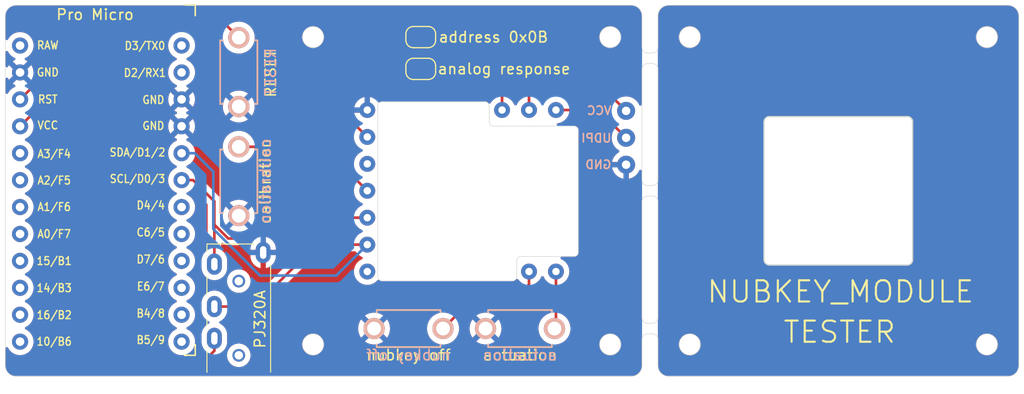
<source format=kicad_pcb>
(kicad_pcb (version 20221018) (generator pcbnew)
  (layers (0 "F.Cu" signal) (31 "B.Cu" signal) (34 "B.Paste" user) (35 "F.Paste" user) (36 "B.SilkS" user "B.Silkscreen") (37 "F.SilkS" user "F.Silkscreen") (38 "B.Mask" user) (39 "F.Mask" user) (44 "Edge.Cuts" user))
  (net 0 "")
  (net 1 "VCC")
  (net 2 "GND")
  (net 3 "SCL")
  (net 4 "SDA")
  (net 5 "RESET")
  (net 6 "CAL")
  (net 7 "ATCP")
  (net 8 "NUBOFF")
  (net 9 "ADDR")
  (net 10 "ANA")
  (net 11 "UDPI")
  (footprint "original:CON_PJ320A" (layer "F.Cu") (at 104.5 147.625 90)
    (fp_text reference "PJ320A" (at 5 2 90) (layer "F.SilkS"))
    (fp_text value "PJ320A")
    (fp_line (start 0 -3) (end 2 -3) (stroke (width 0.1)) (layer "F.SilkS"))
    (fp_line (start 0 3) (end 10.1 3) (stroke (width 0.1)) (layer "F.SilkS"))
    (fp_line (start 4.4 -3) (end 5 -3) (stroke (width 0.1)) (layer "F.SilkS"))
    (fp_line (start 7.4 -3) (end 9 -3) (stroke (width 0.1)) (layer "F.SilkS"))
    (fp_line (start 11.4 -3) (end 12.1 -3) (stroke (width 0.1)) (layer "F.SilkS"))
    (fp_line (start 12.1 -3) (end 12.1 1.4) (stroke (width 0.1)) (layer "F.SilkS"))
    (pad "" thru_hole circle (at 1.6 0 90) (size 1.2 1.2) (drill 0.8) (layers "*.Cu" "*.Mask"))
    (pad "" thru_hole circle (at 8.6 0 90) (size 1.2 1.2) (drill 0.8) (layers "*.Cu" "*.Mask"))
    (pad "1" thru_hole oval (at 10.2 -2.3 90) (size 2 1.4) (drill oval 1.2 0.6) (layers "*.Cu" "*.Mask") (net 3 "SCL"))
    (pad "2" thru_hole oval (at 6.2 -2.3 90) (size 2 1.4) (drill oval 1.2 0.6) (layers "*.Cu" "*.Mask") (net 4 "SDA"))
    (pad "3" thru_hole oval (at 3.2 -2.3 90) (size 2 1.4) (drill oval 1.2 0.6) (layers "*.Cu" "*.Mask") (net 1 "VCC"))
    (pad "4" thru_hole oval (at 11.3 2.3 90) (size 2 1.4) (drill oval 1.2 0.6) (layers "*.Cu" "*.Mask") (net 2 "GND"))
  )
  (footprint "Jumper:SolderJumper-2_P1.3mm_Open_RoundedPad1.0x1.5mm" (layer "F.Cu") (at 121.65 116 180)
    (fp_text reference "address 0x0B" (at -6.85 0) (layer "F.SilkS"))
    (fp_text value "")
    (fp_line (start -1.4 0.3) (end -1.4 -0.3) (stroke (width 0.12)) (layer "F.SilkS"))
    (fp_line (start -0.7 -1) (end 0.7 -1) (stroke (width 0.12)) (layer "F.SilkS"))
    (fp_line (start 0.7 1) (end -0.7 1) (stroke (width 0.12)) (layer "F.SilkS"))
    (fp_line (start 1.4 -0.3) (end 1.4 0.3) (stroke (width 0.12)) (layer "F.SilkS"))
    (fp_arc (start -1.4 -0.3) (mid -1.194975 -0.794975) (end -0.7 -1) (stroke (width 0.12)) (layer "F.SilkS"))
    (fp_arc (start -0.7 1) (mid -1.194975 0.794975) (end -1.4 0.3) (stroke (width 0.12)) (layer "F.SilkS"))
    (fp_arc (start 0.7 -1) (mid 1.194975 -0.794975) (end 1.4 -0.3) (stroke (width 0.12)) (layer "F.SilkS"))
    (fp_arc (start 1.4 0.3) (mid 1.194975 0.794975) (end 0.7 1) (stroke (width 0.12)) (layer "F.SilkS"))
    (pad "1" smd custom (at -0.65 0 180) (size 1 0.5) (layers "F.Cu" "F.Mask") (net 9 "ADDR") (options (clearance outline) (anchor rect)) (primitives (gr_circle (center 0 0.25) (end 0.5 0.25) (width 0) (fill yes)) (gr_circle (center 0 -0.25) (end 0.5 -0.25) (width 0) (fill yes)) (gr_poly (pts (xy 0.5 0.75) (xy 0 0.75) (xy 0 -0.75) (xy 0.5 -0.75)) (width 0) (fill yes))))
    (pad "2" smd custom (at 0.65 0 180) (size 1 0.5) (layers "F.Cu" "F.Mask") (net 2 "GND") (options (clearance outline) (anchor rect)) (primitives (gr_circle (center 0 0.25) (end 0.5 0.25) (width 0) (fill yes)) (gr_circle (center 0 -0.25) (end 0.5 -0.25) (width 0) (fill yes)) (gr_poly (pts (xy 0 0.75) (xy -0.5 0.75) (xy -0.5 -0.75) (xy 0 -0.75)) (width 0) (fill yes))))
  )
  (footprint "Jumper:SolderJumper-2_P1.3mm_Open_RoundedPad1.0x1.5mm" (layer "F.Cu") (at 121.65 119 180)
    (fp_text reference "analog response" (at -7.85 0) (layer "F.SilkS"))
    (fp_text value "")
    (fp_line (start -1.4 0.3) (end -1.4 -0.3) (stroke (width 0.12)) (layer "F.SilkS"))
    (fp_line (start -0.7 -1) (end 0.7 -1) (stroke (width 0.12)) (layer "F.SilkS"))
    (fp_line (start 0.7 1) (end -0.7 1) (stroke (width 0.12)) (layer "F.SilkS"))
    (fp_line (start 1.4 -0.3) (end 1.4 0.3) (stroke (width 0.12)) (layer "F.SilkS"))
    (fp_arc (start -1.4 -0.3) (mid -1.194975 -0.794975) (end -0.7 -1) (stroke (width 0.12)) (layer "F.SilkS"))
    (fp_arc (start -0.7 1) (mid -1.194975 0.794975) (end -1.4 0.3) (stroke (width 0.12)) (layer "F.SilkS"))
    (fp_arc (start 0.7 -1) (mid 1.194975 -0.794975) (end 1.4 -0.3) (stroke (width 0.12)) (layer "F.SilkS"))
    (fp_arc (start 1.4 0.3) (mid 1.194975 0.794975) (end 0.7 1) (stroke (width 0.12)) (layer "F.SilkS"))
    (pad "1" smd custom (at -0.65 0 180) (size 1 0.5) (layers "F.Cu" "F.Mask") (net 10 "ANA") (options (clearance outline) (anchor rect)) (primitives (gr_circle (center 0 0.25) (end 0.5 0.25) (width 0) (fill yes)) (gr_circle (center 0 -0.25) (end 0.5 -0.25) (width 0) (fill yes)) (gr_poly (pts (xy 0.5 0.75) (xy 0 0.75) (xy 0 -0.75) (xy 0.5 -0.75)) (width 0) (fill yes))))
    (pad "2" smd custom (at 0.65 0 180) (size 1 0.5) (layers "F.Cu" "F.Mask") (net 2 "GND") (options (clearance outline) (anchor rect)) (primitives (gr_circle (center 0 0.25) (end 0.5 0.25) (width 0) (fill yes)) (gr_circle (center 0 -0.25) (end 0.5 -0.25) (width 0) (fill yes)) (gr_poly (pts (xy 0 0.75) (xy -0.5 0.75) (xy -0.5 -0.75) (xy 0 -0.75)) (width 0) (fill yes))))
  )
  (footprint "original:nubkey_module" (layer "F.Cu") (at 125.5 130.5 -90)
    (fp_text reference "nubkey_module" hide)
    (fp_text value "nubkey_module")
    (fp_line (start -8.4 -2.2) (end -8.4 7.5) (stroke (width 0.05)) (layer "Edge.Cuts"))
    (fp_line (start -8 7.9) (end 8.1 7.9) (stroke (width 0.05)) (layer "Edge.Cuts"))
    (fp_line (start -6.5 -2.6) (end -8 -2.6) (stroke (width 0.05)) (layer "Edge.Cuts"))
    (fp_line (start -6.1 -10.6) (end -6.1 -3) (stroke (width 0.05)) (layer "Edge.Cuts"))
    (fp_line (start 5.8 -11) (end -5.7 -11) (stroke (width 0.05)) (layer "Edge.Cuts"))
    (fp_line (start 6.2 -5.6) (end 6.2 -10.6) (stroke (width 0.05)) (layer "Edge.Cuts"))
    (fp_line (start 8.1 -5.2) (end 6.6 -5.2) (stroke (width 0.05)) (layer "Edge.Cuts"))
    (fp_line (start 8.5 7.5) (end 8.5 -4.8) (stroke (width 0.05)) (layer "Edge.Cuts"))
    (fp_arc (start -8.4 -2.2) (mid -8.282843 -2.482843) (end -8 -2.6) (stroke (width 0.05)) (layer "Edge.Cuts"))
    (fp_arc (start -8 7.9) (mid -8.282843 7.782843) (end -8.4 7.5) (stroke (width 0.05)) (layer "Edge.Cuts"))
    (fp_arc (start -6.1 -10.6) (mid -5.982843 -10.882843) (end -5.7 -11) (stroke (width 0.05)) (layer "Edge.Cuts"))
    (fp_arc (start -6.1 -3) (mid -6.217157 -2.717157) (end -6.5 -2.6) (stroke (width 0.05)) (layer "Edge.Cuts"))
    (fp_arc (start 5.8 -11) (mid 6.082843 -10.882843) (end 6.2 -10.6) (stroke (width 0.05)) (layer "Edge.Cuts"))
    (fp_arc (start 6.6 -5.2) (mid 6.317157 -5.317157) (end 6.2 -5.6) (stroke (width 0.05)) (layer "Edge.Cuts"))
    (fp_arc (start 8.1 -5.2) (mid 8.382843 -5.082843) (end 8.5 -4.8) (stroke (width 0.05)) (layer "Edge.Cuts"))
    (fp_arc (start 8.5 7.5) (mid 8.382843 7.782843) (end 8.1 7.9) (stroke (width 0.05)) (layer "Edge.Cuts"))
    (pad "1" thru_hole oval (at -7.62 -8.89 270) (size 1.5 1.5) (drill 0.7) (layers "*.Cu" "*.Mask") (net 11 "UDPI"))
    (pad "2" thru_hole oval (at -7.62 -6.35 270) (size 1.5 1.5) (drill 0.7) (layers "*.Cu" "*.Mask") (net 9 "ADDR"))
    (pad "3" thru_hole oval (at -7.62 -3.81 270) (size 1.5 1.5) (drill 0.7) (layers "*.Cu" "*.Mask") (net 10 "ANA"))
    (pad "4" thru_hole oval (at -7.62 8.89 270) (size 1.5 1.5) (drill 0.7) (layers "*.Cu" "*.Mask") (net 2 "GND"))
    (pad "5" thru_hole oval (at -5.08 8.89 270) (size 1.5 1.5) (drill 0.7) (layers "*.Cu" "*.Mask") (net 1 "VCC"))
    (pad "6" thru_hole oval (at -2.54 8.89 270) (size 1.5 1.5) (drill 0.7) (layers "*.Cu" "*.Mask"))
    (pad "7" thru_hole oval (at 0 8.89 270) (size 1.5 1.5) (drill 0.7) (layers "*.Cu" "*.Mask") (net 6 "CAL"))
    (pad "8" thru_hole oval (at 2.54 8.89 270) (size 1.5 1.5) (drill 0.7) (layers "*.Cu" "*.Mask") (net 3 "SCL"))
    (pad "9" thru_hole oval (at 5.08 8.89 270) (size 1.5 1.5) (drill 0.7) (layers "*.Cu" "*.Mask") (net 4 "SDA"))
    (pad "10" thru_hole oval (at 7.62 8.89 270) (size 1.5 1.5) (drill 0.7) (layers "*.Cu" "*.Mask"))
    (pad "11" thru_hole oval (at 7.62 -6.35 270) (size 1.5 1.5) (drill 0.7) (layers "*.Cu" "*.Mask") (net 8 "NUBOFF"))
    (pad "12" thru_hole oval (at 7.62 -8.89 270) (size 1.5 1.5) (drill 0.7) (layers "*.Cu" "*.Mask") (net 7 "ATCP"))
  )
  (footprint "original:10pin" (layer "F.Cu") (at 141 122.96)
    (fp_text reference "writer" hide)
    (fp_text value "writer" hide)
    (pad "1" thru_hole oval (at 0 0) (size 1.7 1.7) (drill 0.8) (layers "*.Cu" "*.Mask") (net 1 "VCC"))
    (pad "2" thru_hole oval (at 0 2.54) (size 1.7 1.7) (drill 0.8) (layers "*.Cu" "*.Mask") (net 11 "UDPI"))
    (pad "3" thru_hole oval (at 0 5.08) (size 1.7 1.7) (drill 0.8) (layers "*.Cu" "*.Mask") (net 2 "GND"))
  )
  (footprint "original:KEY_HOLE" (layer "F.Cu") (at 161 130.5)
    (fp_text reference "KEY_HOLE" hide)
    (fp_text value "KEY_HOLE" hide)
    (fp_line (start -7 -6.5) (end -7 6.5) (stroke (width 0.12)) (layer "Edge.Cuts"))
    (fp_line (start -6.5 -7) (end 6.5 -7) (stroke (width 0.12)) (layer "Edge.Cuts"))
    (fp_line (start -6.5 7) (end 6.5 7) (stroke (width 0.12)) (layer "Edge.Cuts"))
    (fp_line (start 7 6.5) (end 7 -6.5) (stroke (width 0.12)) (layer "Edge.Cuts"))
    (fp_arc (start -7 -6.5) (mid -6.853553 -6.853553) (end -6.5 -7) (stroke (width 0.12)) (layer "Edge.Cuts"))
    (fp_arc (start -6.5 7) (mid -6.853553 6.853553) (end -7 6.5) (stroke (width 0.12)) (layer "Edge.Cuts"))
    (fp_arc (start 6.5 -7) (mid 6.853553 -6.853553) (end 7 -6.5) (stroke (width 0.12)) (layer "Edge.Cuts"))
    (fp_arc (start 7 6.5) (mid 6.853553 6.853553) (end 6.5 7) (stroke (width 0.12)) (layer "Edge.Cuts"))
  )
  (footprint "original:ProMicro_v3" (layer "F.Cu") (at 91.5 131.275)
    (fp_text reference "U1" hide)
    (fp_text value "ProMicro" hide)
    (fp_text user "10/B6" (at -4.395 13.45 unlocked) (layer "F.SilkS") (effects (font (size 0.75 0.67) (thickness 0.125))))
    (fp_text user "VCC" (at -4.995 -6.95 unlocked) (layer "F.SilkS") (effects (font (size 0.75 0.67) (thickness 0.125))))
    (fp_text user "RAW" (at -4.995 -14.5 unlocked) (layer "F.SilkS") (effects (font (size 0.75 0.67) (thickness 0.125))))
    (fp_text user "C6/5" (at 4.705 3.15 unlocked) (layer "F.SilkS") (effects (font (size 0.75 0.67) (thickness 0.125))))
    (fp_text user "A2/F5" (at -4.395 -1.75 unlocked) (layer "F.SilkS") (effects (font (size 0.75 0.67) (thickness 0.125))))
    (fp_text user "A0/F7" (at -4.395 3.3 unlocked) (layer "F.SilkS") (effects (font (size 0.75 0.67) (thickness 0.125))))
    (fp_text user "14/B3" (at -4.395 8.4 unlocked) (layer "F.SilkS") (effects (font (size 0.75 0.67) (thickness 0.125))))
    (fp_text user "SDA/D1/2" (at 3.455 -4.4 unlocked) (layer "F.SilkS") (effects (font (size 0.75 0.67) (thickness 0.125))))
    (fp_text user "A3/F4" (at -4.395 -4.25 unlocked) (layer "F.SilkS") (effects (font (size 0.75 0.67) (thickness 0.125))))
    (fp_text user "16/B2" (at -4.395 10.95 unlocked) (layer "F.SilkS") (effects (font (size 0.75 0.67) (thickness 0.125))))
    (fp_text user "D2/RX1" (at 4.155 -11.9 unlocked) (layer "F.SilkS") (effects (font (size 0.75 0.67) (thickness 0.125))))
    (fp_text user "GND" (at -4.995 -11.95 unlocked) (layer "F.SilkS") (effects (font (size 0.75 0.67) (thickness 0.125))))
    (fp_text user "15/B1" (at -4.395 5.85 unlocked) (layer "F.SilkS") (effects (font (size 0.75 0.67) (thickness 0.125))))
    (fp_text user "D4/4" (at 4.705 0.6 unlocked) (layer "F.SilkS") (effects (font (size 0.75 0.67) (thickness 0.125))))
    (fp_text user "D3/TX0" (at 4.155 -14.45 unlocked) (layer "F.SilkS") (effects (font (size 0.75 0.67) (thickness 0.125))))
    (fp_text user "A1/F6" (at -4.395 0.75 unlocked) (layer "F.SilkS") (effects (font (size 0.75 0.67) (thickness 0.125))))
    (fp_text user "SCL/D0/3" (at 3.455 -1.9 unlocked) (layer "F.SilkS") (effects (font (size 0.75 0.67) (thickness 0.125))))
    (fp_text user "B4/8" (at 4.705 10.8 unlocked) (layer "F.SilkS") (effects (font (size 0.75 0.67) (thickness 0.125))))
    (fp_text user "GND" (at 4.955 -6.9 unlocked) (layer "F.SilkS") (effects (font (size 0.75 0.67) (thickness 0.125))))
    (fp_text user "Pro Micro" (at -0.545 -17.4 unlocked) (layer "F.SilkS"))
    (fp_text user "E6/7" (at 4.705 8.25 unlocked) (layer "F.SilkS") (effects (font (size 0.75 0.67) (thickness 0.125))))
    (fp_text user "GND" (at 4.955 -9.35 unlocked) (layer "F.SilkS") (effects (font (size 0.75 0.67) (thickness 0.125))))
    (fp_text user "B5/9" (at 4.705 13.3 unlocked) (layer "F.SilkS") (effects (font (size 0.75 0.67) (thickness 0.125))))
    (fp_text user "RST" (at -4.995 -9.4 unlocked) (layer "F.SilkS") (effects (font (size 0.75 0.67) (thickness 0.125))))
    (fp_text user "D7/6" (at 4.705 5.7 unlocked) (layer "F.SilkS") (effects (font (size 0.75 0.67) (thickness 0.125))))
    (fp_line (start 8.9 -18.3) (end 7.95 -18.3) (stroke (width 0.15)) (layer "F.SilkS"))
    (fp_line (start 8.9 -18.3) (end 8.9 -17.3) (stroke (width 0.15)) (layer "F.SilkS"))
    (fp_line (start 8.9 13.75) (end 8.9 14.75) (stroke (width 0.15)) (layer "F.SilkS"))
    (fp_line (start 8.9 14.75) (end 7.89 14.75) (stroke (width 0.15)) (layer "F.SilkS"))
    (pad "1" thru_hole circle (at 7.6114 -14.478) (size 1.524 1.524) (drill 0.8128) (layers "*.Cu" "*.Mask"))
    (pad "2" thru_hole circle (at 7.6114 -11.938) (size 1.524 1.524) (drill 0.8128) (layers "*.Cu" "*.Mask"))
    (pad "3" thru_hole circle (at 7.6114 -9.398) (size 1.524 1.524) (drill 0.8128) (layers "*.Cu" "*.Mask") (net 2 "GND"))
    (pad "4" thru_hole circle (at 7.6114 -6.858) (size 1.524 1.524) (drill 0.8128) (layers "*.Cu" "*.Mask") (net 2 "GND"))
    (pad "5" thru_hole circle (at 7.6114 -4.318) (size 1.524 1.524) (drill 0.8128) (layers "*.Cu" "*.Mask") (net 4 "SDA"))
    (pad "6" thru_hole circle (at 7.6114 -1.778) (size 1.524 1.524) (drill 0.8128) (layers "*.Cu" "*.Mask") (net 3 "SCL"))
    (pad "7" thru_hole circle (at 7.6114 0.762) (size 1.524 1.524) (drill 0.8128) (layers "*.Cu" "*.Mask"))
    (pad "8" thru_hole circle (at 7.6114 3.302) (size 1.524 1.524) (drill 0.8128) (layers "*.Cu" "*.Mask"))
    (pad "9" thru_hole circle (at 7.6114 5.842) (size 1.524 1.524) (drill 0.8128) (layers "*.Cu" "*.Mask"))
    (pad "10" thru_hole circle (at 7.6114 8.382) (size 1.524 1.524) (drill 0.8128) (layers "*.Cu" "*.Mask"))
    (pad "11" thru_hole circle (at 7.6114 10.922) (size 1.524 1.524) (drill 0.8128) (layers "*.Cu" "*.Mask"))
    (pad "12" thru_hole circle (at 7.6114 13.462) (size 1.524 1.524) (drill 0.8128) (layers "*.Cu" "*.Mask"))
    (pad "13" thru_hole circle (at -7.6086 13.462) (size 1.524 1.524) (drill 0.8128) (layers "*.Cu" "*.Mask"))
    (pad "14" thru_hole circle (at -7.6086 10.922) (size 1.524 1.524) (drill 0.8128) (layers "*.Cu" "*.Mask"))
    (pad "15" thru_hole circle (at -7.6086 8.382) (size 1.524 1.524) (drill 0.8128) (layers "*.Cu" "*.Mask"))
    (pad "16" thru_hole circle (at -7.6086 5.842) (size 1.524 1.524) (drill 0.8128) (layers "*.Cu" "*.Mask"))
    (pad "17" thru_hole circle (at -7.6086 3.302) (size 1.524 1.524) (drill 0.8128) (layers "*.Cu" "*.Mask"))
    (pad "18" thru_hole circle (at -7.6086 0.762) (size 1.524 1.524) (drill 0.8128) (layers "*.Cu" "*.Mask"))
    (pad "19" thru_hole circle (at -7.6086 -1.778) (size 1.524 1.524) (drill 0.8128) (layers "*.Cu" "*.Mask"))
    (pad "20" thru_hole circle (at -7.6086 -4.318) (size 1.524 1.524) (drill 0.8128) (layers "*.Cu" "*.Mask"))
    (pad "21" thru_hole circle (at -7.6086 -6.858) (size 1.524 1.524) (drill 0.8128) (layers "*.Cu" "*.Mask") (net 1 "VCC"))
    (pad "22" thru_hole circle (at -7.6086 -9.398) (size 1.524 1.524) (drill 0.8128) (layers "*.Cu" "*.Mask") (net 5 "RESET"))
    (pad "23" thru_hole circle (at -7.6086 -11.938) (size 1.524 1.524) (drill 0.8128) (layers "*.Cu" "*.Mask") (net 2 "GND"))
    (pad "24" thru_hole circle (at -7.6086 -14.478) (size 1.524 1.524) (drill 0.8128) (layers "*.Cu" "*.Mask"))
  )
  (footprint "kbd:ResetSW" (layer "B.Cu") (at 104.5 129.6 -90)
    (fp_text reference "calibration" hide)
    (fp_text value "calibration")
    (fp_text user "calibration" (at 0 -2.5 -270) (layer "B.SilkS") (effects (justify mirror)))
    (fp_text user "calibration" (at 0 -2.5 -270) (layer "F.SilkS"))
    (fp_line (start -3 -1.75) (end -3 -1.5) (stroke (width 0.15)) (layer "B.SilkS"))
    (fp_line (start -3 -1.75) (end 3 -1.75) (stroke (width 0.15)) (layer "B.SilkS"))
    (fp_line (start -3 1.75) (end -3 1.5) (stroke (width 0.15)) (layer "B.SilkS"))
    (fp_line (start -3 1.75) (end 3 1.75) (stroke (width 0.15)) (layer "B.SilkS"))
    (fp_line (start 3 -1.75) (end 3 -1.5) (stroke (width 0.15)) (layer "B.SilkS"))
    (fp_line (start 3 1.75) (end 3 1.5) (stroke (width 0.15)) (layer "B.SilkS"))
    (fp_line (start -3 -1.75) (end -3 -1.5) (stroke (width 0.15)) (layer "F.SilkS"))
    (fp_line (start -3 1.5) (end -3 1.75) (stroke (width 0.15)) (layer "F.SilkS"))
    (fp_line (start -3 1.75) (end 3 1.75) (stroke (width 0.15)) (layer "F.SilkS"))
    (fp_line (start 3 -1.75) (end -3 -1.75) (stroke (width 0.15)) (layer "F.SilkS"))
    (fp_line (start 3 -1.5) (end 3 -1.75) (stroke (width 0.15)) (layer "F.SilkS"))
    (fp_line (start 3 1.75) (end 3 1.5) (stroke (width 0.15)) (layer "F.SilkS"))
    (pad "1" thru_hole circle (at 3.25 0 270) (size 2 2) (drill 1.3) (layers "*.Cu" "*.Mask" "B.SilkS") (net 2 "GND"))
    (pad "2" thru_hole circle (at -3.25 0 270) (size 2 2) (drill 1.3) (layers "*.Cu" "*.Mask" "B.SilkS") (net 6 "CAL"))
  )
  (footprint "kbd:ResetSW" (layer "B.Cu") (at 104.5 119.3 -90)
    (fp_text reference "RESET_SW1" hide)
    (fp_text value "SW_Push")
    (fp_text user "RESET" (at 0 -3 90) (layer "B.SilkS") (effects (justify mirror)))
    (fp_text user "RESET" (at 0.127 -3 90) (layer "F.SilkS"))
    (fp_line (start -3 -1.75) (end -3 -1.5) (stroke (width 0.15)) (layer "B.SilkS"))
    (fp_line (start -3 -1.75) (end 3 -1.75) (stroke (width 0.15)) (layer "B.SilkS"))
    (fp_line (start -3 1.75) (end -3 1.5) (stroke (width 0.15)) (layer "B.SilkS"))
    (fp_line (start -3 1.75) (end 3 1.75) (stroke (width 0.15)) (layer "B.SilkS"))
    (fp_line (start 3 -1.75) (end 3 -1.5) (stroke (width 0.15)) (layer "B.SilkS"))
    (fp_line (start 3 1.75) (end 3 1.5) (stroke (width 0.15)) (layer "B.SilkS"))
    (fp_line (start -3 -1.75) (end -3 -1.5) (stroke (width 0.15)) (layer "F.SilkS"))
    (fp_line (start -3 1.5) (end -3 1.75) (stroke (width 0.15)) (layer "F.SilkS"))
    (fp_line (start -3 1.75) (end 3 1.75) (stroke (width 0.15)) (layer "F.SilkS"))
    (fp_line (start 3 -1.75) (end -3 -1.75) (stroke (width 0.15)) (layer "F.SilkS"))
    (fp_line (start 3 -1.5) (end 3 -1.75) (stroke (width 0.15)) (layer "F.SilkS"))
    (fp_line (start 3 1.75) (end 3 1.5) (stroke (width 0.15)) (layer "F.SilkS"))
    (pad "1" thru_hole circle (at 3.25 0 270) (size 2 2) (drill 1.3) (layers "*.Cu" "*.Mask" "B.SilkS") (net 2 "GND"))
    (pad "2" thru_hole circle (at -3.25 0 270) (size 2 2) (drill 1.3) (layers "*.Cu" "*.Mask" "B.SilkS") (net 5 "RESET"))
  )
  (footprint "kbd:ResetSW" (layer "B.Cu") (at 120.5 143.5 180)
    (fp_text reference "nubkey off" hide)
    (fp_text value "nubkey off")
    (fp_text user "nubkey off" (at 0 -2.5) (layer "B.SilkS") (effects (justify mirror)))
    (fp_text user "nubkey off" (at 0 -2.5) (layer "F.SilkS"))
    (fp_line (start -3 -1.75) (end -3 -1.5) (stroke (width 0.15)) (layer "B.SilkS"))
    (fp_line (start -3 -1.75) (end 3 -1.75) (stroke (width 0.15)) (layer "B.SilkS"))
    (fp_line (start -3 1.75) (end -3 1.5) (stroke (width 0.15)) (layer "B.SilkS"))
    (fp_line (start -3 1.75) (end 3 1.75) (stroke (width 0.15)) (layer "B.SilkS"))
    (fp_line (start 3 -1.75) (end 3 -1.5) (stroke (width 0.15)) (layer "B.SilkS"))
    (fp_line (start 3 1.75) (end 3 1.5) (stroke (width 0.15)) (layer "B.SilkS"))
    (fp_line (start -3 -1.75) (end -3 -1.5) (stroke (width 0.15)) (layer "F.SilkS"))
    (fp_line (start -3 1.5) (end -3 1.75) (stroke (width 0.15)) (layer "F.SilkS"))
    (fp_line (start -3 1.75) (end 3 1.75) (stroke (width 0.15)) (layer "F.SilkS"))
    (fp_line (start 3 -1.75) (end -3 -1.75) (stroke (width 0.15)) (layer "F.SilkS"))
    (fp_line (start 3 -1.5) (end 3 -1.75) (stroke (width 0.15)) (layer "F.SilkS"))
    (fp_line (start 3 1.75) (end 3 1.5) (stroke (width 0.15)) (layer "F.SilkS"))
    (pad "1" thru_hole circle (at 3.25 0 180) (size 2 2) (drill 1.3) (layers "*.Cu" "*.Mask" "B.SilkS") (net 2 "GND"))
    (pad "2" thru_hole circle (at -3.25 0 180) (size 2 2) (drill 1.3) (layers "*.Cu" "*.Mask" "B.SilkS") (net 8 "NUBOFF"))
  )
  (footprint "kbd:ResetSW" (layer "B.Cu") (at 131 143.5 180)
    (fp_text reference "actuation" hide)
    (fp_text value "actuation")
    (fp_text user "actuation" (at 0 -2.5) (layer "B.SilkS") (effects (justify mirror)))
    (fp_text user "actuation" (at 0 -2.5) (layer "F.SilkS"))
    (fp_line (start -3 -1.75) (end -3 -1.5) (stroke (width 0.15)) (layer "B.SilkS"))
    (fp_line (start -3 -1.75) (end 3 -1.75) (stroke (width 0.15)) (layer "B.SilkS"))
    (fp_line (start -3 1.75) (end -3 1.5) (stroke (width 0.15)) (layer "B.SilkS"))
    (fp_line (start -3 1.75) (end 3 1.75) (stroke (width 0.15)) (layer "B.SilkS"))
    (fp_line (start 3 -1.75) (end 3 -1.5) (stroke (width 0.15)) (layer "B.SilkS"))
    (fp_line (start 3 1.75) (end 3 1.5) (stroke (width 0.15)) (layer "B.SilkS"))
    (fp_line (start -3 -1.75) (end -3 -1.5) (stroke (width 0.15)) (layer "F.SilkS"))
    (fp_line (start -3 1.5) (end -3 1.75) (stroke (width 0.15)) (layer "F.SilkS"))
    (fp_line (start -3 1.75) (end 3 1.75) (stroke (width 0.15)) (layer "F.SilkS"))
    (fp_line (start 3 -1.75) (end -3 -1.75) (stroke (width 0.15)) (layer "F.SilkS"))
    (fp_line (start 3 -1.5) (end 3 -1.75) (stroke (width 0.15)) (layer "F.SilkS"))
    (fp_line (start 3 1.75) (end 3 1.5) (stroke (width 0.15)) (layer "F.SilkS"))
    (pad "1" thru_hole circle (at 3.25 0 180) (size 2 2) (drill 1.3) (layers "*.Cu" "*.Mask" "B.SilkS") (net 2 "GND"))
    (pad "2" thru_hole circle (at -3.25 0 180) (size 2 2) (drill 1.3) (layers "*.Cu" "*.Mask" "B.SilkS") (net 7 "ATCP"))
  )
  (gr_arc (start 142.5 144.5) (mid 142.646447 144.146447) (end 143 144) (stroke (width 0.05)) (layer "Edge.Cuts"))
  (gr_line (start 177 148) (end 145 148) (stroke (width 0.05)) (layer "Edge.Cuts"))
  (gr_arc (start 143 117.5) (mid 142.646447 117.353553) (end 142.5 117) (stroke (width 0.05)) (layer "Edge.Cuts"))
  (gr_arc (start 144 142.5) (mid 143.853553 142.853553) (end 143.5 143) (stroke (width 0.05)) (layer "Edge.Cuts"))
  (gr_circle (center 147 116) (end 146 116) (stroke (width 0.05)) (fill none) (layer "Edge.Cuts"))
  (gr_arc (start 177 113) (mid 177.707107 113.292893) (end 178 114) (stroke (width 0.05)) (layer "Edge.Cuts"))
  (gr_line (start 141.5 148) (end 83.5 148) (stroke (width 0.05)) (layer "Edge.Cuts"))
  (gr_arc (start 141.5 113) (mid 142.207107 113.292893) (end 142.5 114) (stroke (width 0.05)) (layer "Edge.Cuts"))
  (gr_line (start 144 142.5) (end 144 131.5) (stroke (width 0.05)) (layer "Edge.Cuts"))
  (gr_line (start 178 114) (end 178 147) (stroke (width 0.05)) (layer "Edge.Cuts"))
  (gr_circle (center 111.5 145) (end 112.5 145) (stroke (width 0.05)) (fill none) (layer "Edge.Cuts"))
  (gr_line (start 143.5 118.5) (end 143 118.5) (stroke (width 0.05)) (layer "Edge.Cuts"))
  (gr_arc (start 143 130) (mid 142.646447 129.853553) (end 142.5 129.5) (stroke (width 0.05)) (layer "Edge.Cuts"))
  (gr_arc (start 144 114) (mid 144.292893 113.292893) (end 145 113) (stroke (width 0.05)) (layer "Edge.Cuts"))
  (gr_line (start 143 117.5) (end 143.5 117.5) (stroke (width 0.05)) (layer "Edge.Cuts"))
  (gr_arc (start 143 143) (mid 142.646447 142.853553) (end 142.5 142.5) (stroke (width 0.05)) (layer "Edge.Cuts"))
  (gr_arc (start 142.5 131.5) (mid 142.646447 131.146447) (end 143 131) (stroke (width 0.05)) (layer "Edge.Cuts"))
  (gr_line (start 83.5 113) (end 141.5 113) (stroke (width 0.05)) (layer "Edge.Cuts"))
  (gr_line (start 143 143) (end 143.5 143) (stroke (width 0.05)) (layer "Edge.Cuts"))
  (gr_arc (start 82.5 114) (mid 82.792893 113.292893) (end 83.5 113) (stroke (width 0.05)) (layer "Edge.Cuts"))
  (gr_circle (center 175 145) (end 174 145) (stroke (width 0.05)) (fill none) (layer "Edge.Cuts"))
  (gr_arc (start 144 117) (mid 143.853553 117.353553) (end 143.5 117.5) (stroke (width 0.05)) (layer "Edge.Cuts"))
  (gr_arc (start 144 129.5) (mid 143.853553 129.853553) (end 143.5 130) (stroke (width 0.05)) (layer "Edge.Cuts"))
  (gr_line (start 142.5 144.5) (end 142.5 147) (stroke (width 0.05)) (layer "Edge.Cuts"))
  (gr_arc (start 143.5 131) (mid 143.853553 131.146447) (end 144 131.5) (stroke (width 0.05)) (layer "Edge.Cuts"))
  (gr_line (start 142.5 129.5) (end 142.5 119) (stroke (width 0.05)) (layer "Edge.Cuts"))
  (gr_line (start 143 130) (end 143.5 130) (stroke (width 0.05)) (layer "Edge.Cuts"))
  (gr_line (start 144 119) (end 144 129.5) (stroke (width 0.05)) (layer "Edge.Cuts"))
  (gr_arc (start 142.5 119) (mid 142.646447 118.646447) (end 143 118.5) (stroke (width 0.05)) (layer "Edge.Cuts"))
  (gr_line (start 144 147) (end 144 144.5) (stroke (width 0.05)) (layer "Edge.Cuts"))
  (gr_line (start 82.5 147) (end 82.5 114) (stroke (width 0.05)) (layer "Edge.Cuts"))
  (gr_arc (start 143.5 118.5) (mid 143.853553 118.646447) (end 144 119) (stroke (width 0.05)) (layer "Edge.Cuts"))
  (gr_circle (center 175 116) (end 174 116) (stroke (width 0.05)) (fill none) (layer "Edge.Cuts"))
  (gr_line (start 142.5 114) (end 142.5 117) (stroke (width 0.05)) (layer "Edge.Cuts"))
  (gr_circle (center 139.5 145) (end 140.5 145) (stroke (width 0.05)) (fill none) (layer "Edge.Cuts"))
  (gr_circle (center 111.5 116) (end 112.5 116) (stroke (width 0.05)) (fill none) (layer "Edge.Cuts"))
  (gr_line (start 177 113) (end 145 113) (stroke (width 0.05)) (layer "Edge.Cuts"))
  (gr_circle (center 147 145) (end 146 145) (stroke (width 0.05)) (fill none) (layer "Edge.Cuts"))
  (gr_line (start 144 117) (end 144 114) (stroke (width 0.05)) (layer "Edge.Cuts"))
  (gr_arc (start 178 147) (mid 177.707107 147.707107) (end 177 148) (stroke (width 0.05)) (layer "Edge.Cuts"))
  (gr_line (start 143.5 144) (end 143 144) (stroke (width 0.05)) (layer "Edge.Cuts"))
  (gr_arc (start 142.5 147) (mid 142.207107 147.707107) (end 141.5 148) (stroke (width 0.05)) (layer "Edge.Cuts"))
  (gr_line (start 142.5 131.5) (end 142.5 142.5) (stroke (width 0.05)) (layer "Edge.Cuts"))
  (gr_arc (start 143.5 144) (mid 143.853553 144.146447) (end 144 144.5) (stroke (width 0.05)) (layer "Edge.Cuts"))
  (gr_circle (center 139.5 116) (end 140.5 116) (stroke (width 0.05)) (fill none) (layer "Edge.Cuts"))
  (gr_arc (start 83.5 148) (mid 82.792893 147.707107) (end 82.5 147) (stroke (width 0.05)) (layer "Edge.Cuts"))
  (gr_line (start 143.5 131) (end 143 131) (stroke (width 0.05)) (layer "Edge.Cuts"))
  (gr_arc (start 145 148) (mid 144.292893 147.707107) (end 144 147) (stroke (width 0.05)) (layer "Edge.Cuts"))
  (gr_text "GND" (at 139.7 128.5) (layer "B.SilkS") (effects (font (size 0.8 0.8)) (justify left bottom mirror)))
  (gr_text "UDPI" (at 139.7 126) (layer "B.SilkS") (effects (font (size 0.8 0.8)) (justify left bottom mirror)))
  (gr_text "VCC" (at 139.7 123.4) (layer "B.SilkS") (effects (font (size 0.8 0.8)) (justify left bottom mirror)))
  (gr_text "NUBKEY_MODULE" (at 148.5 141.2) (layer "F.SilkS") (effects (font (size 2 2) (thickness 0.2)) (justify left bottom)))
  (gr_text "TESTER" (at 155.7 145) (layer "F.SilkS") (effects (font (size 2 2) (thickness 0.2)) (justify left bottom)))
  (segment (start 100.4 115.3) (end 104.1 119) (width 0.25) (layer "F.Cu") (net 1))
  (segment (start 141 122.96) (end 132.44 114.4) (width 0.25) (layer "F.Cu") (net 1))
  (segment (start 104.1 119) (end 110 119) (width 0.25) (layer "F.Cu") (net 1))
  (segment (start 118.6 114.4) (end 114 119) (width 0.25) (layer "F.Cu") (net 1))
  (segment (start 83.8914 124.417) (end 89.2042 119.1042) (width 0.25) (layer "F.Cu") (net 1))
  (segment (start 94.8 147) (end 89.2042 141.4042) (width 0.25) (layer "F.Cu") (net 1))
  (segment (start 102.2 144.425) (end 102.2 145.6) (width 0.25) (layer "F.Cu") (net 1))
  (segment (start 132.44 114.4) (end 118.6 114.4) (width 0.25) (layer "F.Cu") (net 1))
  (segment (start 100.8 147) (end 94.8 147) (width 0.25) (layer "F.Cu") (net 1))
  (segment (start 114 119) (end 110 119) (width 0.25) (layer "F.Cu") (net 1))
  (segment (start 110 119) (end 110.19 119) (width 0.25) (layer "F.Cu") (net 1))
  (segment (start 93.0084 115.3) (end 100.4 115.3) (width 0.25) (layer "F.Cu") (net 1))
  (segment (start 89.2042 119.1042) (end 93.0084 115.3) (width 0.25) (layer "F.Cu") (net 1))
  (segment (start 102.2 145.6) (end 100.8 147) (width 0.25) (layer "F.Cu") (net 1))
  (segment (start 110.19 119) (end 116.61 125.42) (width 0.25) (layer "F.Cu") (net 1))
  (segment (start 89.2042 141.4042) (end 89.2042 119.1042) (width 0.25) (layer "F.Cu") (net 1))
  (segment (start 99.1114 129.497) (end 100.197 129.497) (width 0.25) (layer "F.Cu") (net 3))
  (segment (start 105.3 135) (end 103.5 135) (width 0.25) (layer "F.Cu") (net 3))
  (segment (start 100.197 129.497) (end 102.2 131.5) (width 0.25) (layer "F.Cu") (net 3))
  (segment (start 116.61 133.04) (end 107.26 133.04) (width 0.25) (layer "F.Cu") (net 3))
  (segment (start 107.26 133.04) (end 105.3 135) (width 0.25) (layer "F.Cu") (net 3))
  (segment (start 103.5 135) (end 102.2 133.7) (width 0.25) (layer "F.Cu") (net 3))
  (segment (start 102.2 133.7) (end 102.2 137.425) (width 0.25) (layer "F.Cu") (net 3))
  (segment (start 102.2 131.5) (end 102.2 133.7) (width 0.25) (layer "F.Cu") (net 3))
  (segment (start 111.82 135.58) (end 116.61 135.58) (width 0.25) (layer "F.Cu") (net 4))
  (segment (start 102.2 141.425) (end 105.975 141.425) (width 0.25) (layer "F.Cu") (net 4))
  (segment (start 105.975 141.425) (end 111.82 135.58) (width 0.25) (layer "F.Cu") (net 4))
  (segment (start 100.357 126.957) (end 99.1114 126.957) (width 0.25) (layer "B.Cu") (net 4))
  (segment (start 102.1 128.7) (end 100.357 126.957) (width 0.25) (layer "B.Cu") (net 4))
  (segment (start 106.5 138.5) (end 102.1 134.1) (width 0.25) (layer "B.Cu") (net 4))
  (segment (start 102.1 134.1) (end 102.1 128.7) (width 0.25) (layer "B.Cu") (net 4))
  (segment (start 116.61 135.58) (end 113.69 138.5) (width 0.25) (layer "B.Cu") (net 4))
  (segment (start 113.69 138.5) (end 106.5 138.5) (width 0.25) (layer "B.Cu") (net 4))
  (segment (start 91.4684 114.3) (end 83.8914 121.877) (width 0.25) (layer "F.Cu") (net 5))
  (segment (start 104.5 116.05) (end 102.75 114.3) (width 0.25) (layer "F.Cu") (net 5))
  (segment (start 102.75 114.3) (end 91.4684 114.3) (width 0.25) (layer "F.Cu") (net 5))
  (segment (start 104.5 126.35) (end 112.46 126.35) (width 0.25) (layer "F.Cu") (net 6))
  (segment (start 112.46 126.35) (end 116.61 130.5) (width 0.25) (layer "F.Cu") (net 6))
  (segment (start 134.39 138.12) (end 134.39 143.36) (width 0.25) (layer "F.Cu") (net 7))
  (segment (start 134.39 143.36) (end 134.25 143.5) (width 0.25) (layer "F.Cu") (net 7))
  (segment (start 127.05 140.2) (end 123.75 143.5) (width 0.25) (layer "F.Cu") (net 8))
  (segment (start 131.85 139.35) (end 131 140.2) (width 0.25) (layer "F.Cu") (net 8))
  (segment (start 131.85 138.12) (end 131.85 139.35) (width 0.25) (layer "F.Cu") (net 8))
  (segment (start 131 140.2) (end 127.05 140.2) (width 0.25) (layer "F.Cu") (net 8))
  (segment (start 122.3 116) (end 126.6 116) (width 0.25) (layer "F.Cu") (net 9))
  (segment (start 126.6 116) (end 131.85 121.25) (width 0.25) (layer "F.Cu") (net 9))
  (segment (start 131.85 121.25) (end 131.85 122.88) (width 0.25) (layer "F.Cu") (net 9))
  (segment (start 129.31 121.61) (end 129.31 122.88) (width 0.25) (layer "F.Cu") (net 10))
  (segment (start 122.3 119) (end 126.7 119) (width 0.25) (layer "F.Cu") (net 10))
  (segment (start 126.7 119) (end 129.31 121.61) (width 0.25) (layer "F.Cu") (net 10))
  (segment (start 138.38 122.88) (end 141 125.5) (width 0.25) (layer "F.Cu") (net 11))
  (segment (start 134.39 122.88) (end 138.38 122.88) (width 0.25) (layer "F.Cu") (net 11))
  (zone (net 0) (net_name "") (layer "F.Cu") (priority 3) (connect_pads (clearance 0.508)) (min_thickness 0.25) (fill yes (thermal_gap 0.5) (thermal_bridge_width 0.5) (island_removal_mode 1) (island_area_min 10))
    (polygon (pts (xy 143.5 112.5) (xy 178.5 112.5) (xy 178.5 148.5) (xy 143.5 148.5)))
  )
  (zone (net 2) (net_name "GND") (layer "F.Cu") (connect_pads (clearance 0.508)) (min_thickness 0.25) (fill yes (thermal_gap 0.5) (thermal_bridge_width 0.5))
    (polygon (pts (xy 82 112.5) (xy 143 112.5) (xy 143 148.5) (xy 82 148.5)))
  )
  (zone (net 0) (net_name "") (layer "F.Cu") (connect_pads (clearance 0)) (min_thickness 0.25)
    (keepout (tracks not_allowed) (vias not_allowed) (pads not_allowed) (copperpour not_allowed) (footprints allowed))
    (fill (thermal_gap 0.5) (thermal_bridge_width 0.5))
    (polygon (pts (xy 142.5 142.2) (xy 142.5 144.7) (xy 144 144.7) (xy 144 142.2)))
  )
  (zone (net 0) (net_name "") (layer "F.Cu") (connect_pads (clearance 0)) (min_thickness 0.25)
    (keepout (tracks not_allowed) (vias not_allowed) (pads not_allowed) (copperpour not_allowed) (footprints allowed))
    (fill (thermal_gap 0.5) (thermal_bridge_width 0.5))
    (polygon (pts (xy 142.5 116.8) (xy 142.5 119.3) (xy 144 119.3) (xy 144 116.8)))
  )
  (zone (net 0) (net_name "") (layer "F.Cu") (connect_pads (clearance 0)) (min_thickness 0.25)
    (keepout (tracks not_allowed) (vias not_allowed) (pads not_allowed) (copperpour not_allowed) (footprints allowed))
    (fill (thermal_gap 0.5) (thermal_bridge_width 0.5))
    (polygon (pts (xy 142.5 129) (xy 142.5 132) (xy 144 132) (xy 144 129)))
  )
  (zone (net 0) (net_name "") (layer "B.Cu") (priority 2) (connect_pads (clearance 0.508)) (min_thickness 0.25) (fill yes (thermal_gap 0.5) (thermal_bridge_width 0.5) (island_removal_mode 1) (island_area_min 10))
    (polygon (pts (xy 143.5 112.5) (xy 178.5 112.5) (xy 178.5 148.5) (xy 143.5 148.5)))
  )
  (zone (net 0) (net_name "") (layer "B.Cu") (connect_pads (clearance 0)) (min_thickness 0.25)
    (keepout (tracks not_allowed) (vias not_allowed) (pads not_allowed) (copperpour not_allowed) (footprints allowed))
    (fill (thermal_gap 0.5) (thermal_bridge_width 0.5))
    (polygon (pts (xy 144 116.8) (xy 144 119.3) (xy 142.5 119.3) (xy 142.5 116.8)))
  )
  (zone (net 0) (net_name "") (layer "B.Cu") (connect_pads (clearance 0)) (min_thickness 0.25)
    (keepout (tracks not_allowed) (vias not_allowed) (pads not_allowed) (copperpour not_allowed) (footprints allowed))
    (fill (thermal_gap 0.5) (thermal_bridge_width 0.5))
    (polygon (pts (xy 144 129) (xy 144 132) (xy 142.5 132) (xy 142.5 129)))
  )
  (zone (net 0) (net_name "") (layer "B.Cu") (connect_pads (clearance 0)) (min_thickness 0.25)
    (keepout (tracks not_allowed) (vias not_allowed) (pads not_allowed) (copperpour not_allowed) (footprints allowed))
    (fill (thermal_gap 0.5) (thermal_bridge_width 0.5))
    (polygon (pts (xy 144 142.2) (xy 144 144.7) (xy 142.5 144.7) (xy 142.5 142.2)))
  )
  (zone (net 2) (net_name "GND") (layer "B.Cu") (priority 1) (connect_pads (clearance 0.508)) (min_thickness 0.25) (fill yes (thermal_gap 0.5) (thermal_bridge_width 0.5))
    (polygon (pts (xy 82 112.5) (xy 143 112.5) (xy 143 148.5) (xy 82 148.5)))
  )
)
</source>
